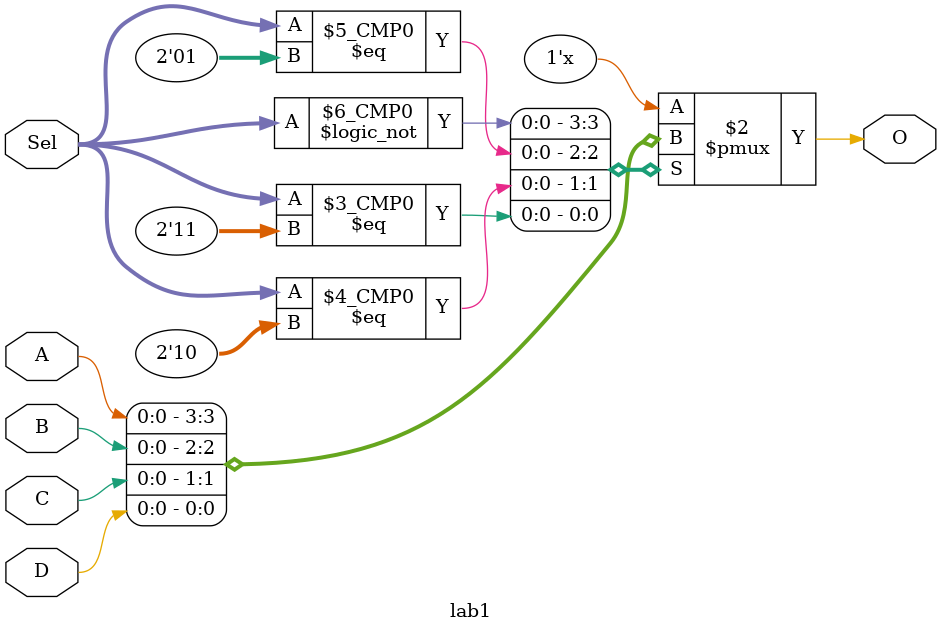
<source format=v>
`timescale 1ns / 1ps


module lab1(
    input [1:0] Sel,
    output reg O,
    input A,
    input B,
    input C,
    input D
    );
   

    always @ (A or B or C or D or Sel) begin
       case (Sel)
         2'b00 : O = A;
         2'b01 : O = B;
         2'b10 : O = C;
         2'b11 : O = D;
       endcase
     end
         
    
endmodule

</source>
